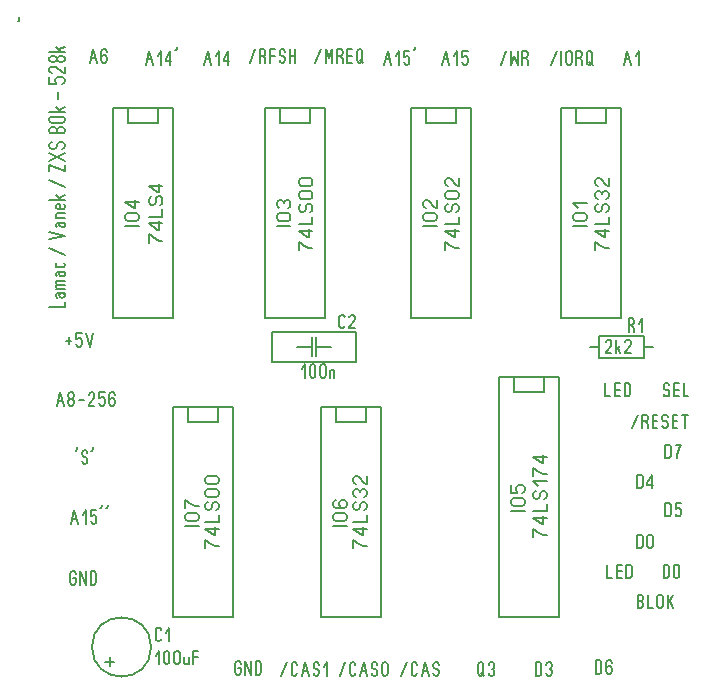
<source format=gbr>
%FSLAX34Y34*%
%MOMM*%
%LNSILK_TOP*%
G71*
G01*
%ADD10C,0.150*%
%ADD11C,0.206*%
%ADD12C,0.167*%
%LPD*%
G54D10*
X113734Y492329D02*
X62934Y492329D01*
X62934Y314529D01*
X113734Y314529D01*
X113734Y492329D01*
G54D10*
X101034Y492329D02*
X75634Y492329D01*
X75634Y479629D01*
X101034Y479629D01*
X101034Y492329D01*
G54D11*
X84822Y393067D02*
X73266Y393067D01*
G54D11*
X75433Y404044D02*
X82655Y404044D01*
X84100Y403177D01*
X84822Y401444D01*
X84822Y399711D01*
X84100Y397977D01*
X82655Y397111D01*
X75433Y397111D01*
X73988Y397977D01*
X73266Y399711D01*
X73266Y401444D01*
X73988Y403177D01*
X75433Y404044D01*
G54D11*
X84822Y413288D02*
X73266Y413288D01*
X80488Y408088D01*
X81933Y408088D01*
X81933Y415021D01*
G54D11*
X93454Y378779D02*
X93454Y385713D01*
X94898Y384846D01*
X97065Y383113D01*
X99954Y381379D01*
X102120Y380513D01*
X105009Y380513D01*
G54D11*
X105009Y394956D02*
X93454Y394956D01*
X100676Y389756D01*
X102120Y389756D01*
X102120Y396690D01*
G54D11*
X93454Y400733D02*
X105009Y400733D01*
X105009Y406800D01*
G54D11*
X102843Y410844D02*
X104287Y411711D01*
X105009Y413444D01*
X105009Y415178D01*
X104287Y416911D01*
X102843Y417778D01*
X101398Y417778D01*
X99954Y416911D01*
X99232Y415178D01*
X99232Y413444D01*
X98509Y411711D01*
X97065Y410844D01*
X95620Y410844D01*
X94176Y411711D01*
X93454Y413444D01*
X93454Y415178D01*
X94176Y416911D01*
X95620Y417778D01*
G54D11*
X105009Y427021D02*
X93454Y427021D01*
X100676Y421821D01*
X102120Y421821D01*
X102120Y428755D01*
G54D10*
X242322Y492329D02*
X191522Y492329D01*
X191522Y314529D01*
X242322Y314529D01*
X242322Y492329D01*
G54D10*
X229622Y492329D02*
X204222Y492329D01*
X204222Y479629D01*
X229622Y479629D01*
X229622Y492329D01*
G54D11*
X213409Y393067D02*
X201854Y393067D01*
G54D11*
X204020Y404044D02*
X211243Y404044D01*
X212687Y403177D01*
X213409Y401444D01*
X213409Y399711D01*
X212687Y397977D01*
X211243Y397111D01*
X204020Y397111D01*
X202576Y397977D01*
X201854Y399711D01*
X201854Y401444D01*
X202576Y403177D01*
X204020Y404044D01*
G54D11*
X204020Y408088D02*
X202576Y408954D01*
X201854Y410688D01*
X201854Y412421D01*
X202576Y414154D01*
X204020Y415021D01*
X205465Y415021D01*
X206909Y414154D01*
X207632Y412421D01*
X208354Y414154D01*
X209798Y415021D01*
X211243Y415021D01*
X212687Y414154D01*
X213409Y412421D01*
X213409Y410688D01*
X212687Y408954D01*
X211243Y408088D01*
G54D11*
X220454Y372429D02*
X220454Y379363D01*
X221898Y378496D01*
X224065Y376763D01*
X226954Y375029D01*
X229120Y374163D01*
X232009Y374163D01*
G54D11*
X232009Y388606D02*
X220454Y388606D01*
X227676Y383406D01*
X229120Y383406D01*
X229120Y390340D01*
G54D11*
X220454Y394383D02*
X232009Y394383D01*
X232009Y400450D01*
G54D11*
X229843Y404494D02*
X231287Y405361D01*
X232009Y407094D01*
X232009Y408828D01*
X231287Y410561D01*
X229843Y411428D01*
X228398Y411428D01*
X226954Y410561D01*
X226232Y408828D01*
X226232Y407094D01*
X225509Y405361D01*
X224065Y404494D01*
X222620Y404494D01*
X221176Y405361D01*
X220454Y407094D01*
X220454Y408828D01*
X221176Y410561D01*
X222620Y411428D01*
G54D11*
X222620Y422405D02*
X229843Y422405D01*
X231287Y421538D01*
X232009Y419805D01*
X232009Y418071D01*
X231287Y416338D01*
X229843Y415471D01*
X222620Y415471D01*
X221176Y416338D01*
X220454Y418071D01*
X220454Y419805D01*
X221176Y421538D01*
X222620Y422405D01*
G54D11*
X222620Y433382D02*
X229843Y433382D01*
X231287Y432515D01*
X232009Y430782D01*
X232009Y429048D01*
X231287Y427315D01*
X229843Y426448D01*
X222620Y426448D01*
X221176Y427315D01*
X220454Y429048D01*
X220454Y430782D01*
X221176Y432515D01*
X222620Y433382D01*
G54D10*
X366147Y492329D02*
X315347Y492329D01*
X315347Y314529D01*
X366147Y314529D01*
X366147Y492329D01*
G54D10*
X353447Y492329D02*
X328047Y492329D01*
X328047Y479629D01*
X353447Y479629D01*
X353447Y492329D01*
G54D11*
X337234Y393067D02*
X325679Y393067D01*
G54D11*
X327845Y404044D02*
X335068Y404044D01*
X336512Y403177D01*
X337234Y401444D01*
X337234Y399711D01*
X336512Y397977D01*
X335068Y397111D01*
X327845Y397111D01*
X326401Y397977D01*
X325679Y399711D01*
X325679Y401444D01*
X326401Y403177D01*
X327845Y404044D01*
G54D11*
X337234Y415021D02*
X337234Y408088D01*
X336512Y408088D01*
X335068Y408954D01*
X330734Y414154D01*
X329290Y415021D01*
X327845Y415021D01*
X326401Y414154D01*
X325679Y412421D01*
X325679Y410688D01*
X326401Y408954D01*
X327845Y408088D01*
G54D11*
X344279Y372429D02*
X344279Y379363D01*
X345723Y378496D01*
X347890Y376763D01*
X350779Y375029D01*
X352945Y374163D01*
X355834Y374163D01*
G54D11*
X355834Y388606D02*
X344279Y388606D01*
X351501Y383406D01*
X352945Y383406D01*
X352945Y390340D01*
G54D11*
X344279Y394383D02*
X355834Y394383D01*
X355834Y400450D01*
G54D11*
X353668Y404494D02*
X355112Y405361D01*
X355834Y407094D01*
X355834Y408828D01*
X355112Y410561D01*
X353668Y411428D01*
X352223Y411428D01*
X350779Y410561D01*
X350057Y408828D01*
X350057Y407094D01*
X349334Y405361D01*
X347890Y404494D01*
X346445Y404494D01*
X345001Y405361D01*
X344279Y407094D01*
X344279Y408828D01*
X345001Y410561D01*
X346445Y411428D01*
G54D11*
X346445Y422405D02*
X353668Y422405D01*
X355112Y421538D01*
X355834Y419805D01*
X355834Y418071D01*
X355112Y416338D01*
X353668Y415471D01*
X346445Y415471D01*
X345001Y416338D01*
X344279Y418071D01*
X344279Y419805D01*
X345001Y421538D01*
X346445Y422405D01*
G54D11*
X355834Y433382D02*
X355834Y426448D01*
X355112Y426448D01*
X353668Y427315D01*
X349334Y432515D01*
X347890Y433382D01*
X346445Y433382D01*
X345001Y432515D01*
X344279Y430782D01*
X344279Y429048D01*
X345001Y427315D01*
X346445Y426448D01*
G54D10*
X493147Y492329D02*
X442347Y492329D01*
X442347Y314529D01*
X493147Y314529D01*
X493147Y492329D01*
G54D10*
X480447Y492329D02*
X455047Y492329D01*
X455047Y479629D01*
X480447Y479629D01*
X480447Y492329D01*
G54D11*
X464234Y393067D02*
X452679Y393067D01*
G54D11*
X454845Y404044D02*
X462068Y404044D01*
X463512Y403177D01*
X464234Y401444D01*
X464234Y399711D01*
X463512Y397977D01*
X462068Y397111D01*
X454845Y397111D01*
X453401Y397977D01*
X452679Y399711D01*
X452679Y401444D01*
X453401Y403177D01*
X454845Y404044D01*
G54D11*
X457012Y408088D02*
X452679Y412421D01*
X464234Y412421D01*
G54D11*
X471279Y372429D02*
X471279Y379363D01*
X472723Y378496D01*
X474890Y376763D01*
X477779Y375029D01*
X479945Y374163D01*
X482834Y374163D01*
G54D11*
X482834Y388606D02*
X471279Y388606D01*
X478501Y383406D01*
X479945Y383406D01*
X479945Y390340D01*
G54D11*
X471279Y394383D02*
X482834Y394383D01*
X482834Y400450D01*
G54D11*
X480668Y404494D02*
X482112Y405361D01*
X482834Y407094D01*
X482834Y408828D01*
X482112Y410561D01*
X480668Y411428D01*
X479223Y411428D01*
X477779Y410561D01*
X477056Y408828D01*
X477056Y407094D01*
X476334Y405361D01*
X474890Y404494D01*
X473445Y404494D01*
X472001Y405361D01*
X471279Y407094D01*
X471279Y408828D01*
X472001Y410561D01*
X473445Y411428D01*
G54D11*
X473445Y415471D02*
X472001Y416338D01*
X471279Y418071D01*
X471279Y419805D01*
X472001Y421538D01*
X473445Y422405D01*
X474890Y422405D01*
X476334Y421538D01*
X477056Y419805D01*
X477779Y421538D01*
X479223Y422405D01*
X480668Y422405D01*
X482112Y421538D01*
X482834Y419805D01*
X482834Y418071D01*
X482112Y416338D01*
X480668Y415471D01*
G54D11*
X482834Y433382D02*
X482834Y426448D01*
X482112Y426448D01*
X480668Y427315D01*
X476334Y432515D01*
X474890Y433382D01*
X473445Y433382D01*
X472001Y432515D01*
X471279Y430782D01*
X471279Y429048D01*
X472001Y427315D01*
X473445Y426448D01*
G54D10*
X164534Y239917D02*
X113734Y239917D01*
X113734Y62117D01*
X164534Y62117D01*
X164534Y239917D01*
G54D10*
X151834Y239917D02*
X126434Y239917D01*
X126434Y227217D01*
X151834Y227217D01*
X151834Y239917D01*
G54D11*
X135622Y139067D02*
X124066Y139067D01*
G54D11*
X126233Y150044D02*
X133455Y150044D01*
X134900Y149177D01*
X135622Y147444D01*
X135622Y145711D01*
X134900Y143977D01*
X133455Y143111D01*
X126233Y143111D01*
X124788Y143977D01*
X124066Y145711D01*
X124066Y147444D01*
X124788Y149177D01*
X126233Y150044D01*
G54D11*
X124066Y154088D02*
X124066Y161021D01*
X125511Y160154D01*
X127677Y158421D01*
X130566Y156688D01*
X132733Y155821D01*
X135622Y155821D01*
G54D11*
X141079Y120017D02*
X141079Y126950D01*
X142523Y126083D01*
X144690Y124350D01*
X147579Y122617D01*
X149745Y121750D01*
X152634Y121750D01*
G54D11*
X152634Y136194D02*
X141079Y136194D01*
X148301Y130994D01*
X149745Y130994D01*
X149745Y137927D01*
G54D11*
X141079Y141971D02*
X152634Y141971D01*
X152634Y148037D01*
G54D11*
X150468Y152082D02*
X151912Y152948D01*
X152634Y154682D01*
X152634Y156415D01*
X151912Y158148D01*
X150468Y159015D01*
X149023Y159015D01*
X147579Y158148D01*
X146857Y156415D01*
X146857Y154682D01*
X146134Y152948D01*
X144690Y152082D01*
X143245Y152082D01*
X141801Y152948D01*
X141079Y154682D01*
X141079Y156415D01*
X141801Y158148D01*
X143245Y159015D01*
G54D11*
X143245Y169992D02*
X150468Y169992D01*
X151912Y169125D01*
X152634Y167392D01*
X152634Y165659D01*
X151912Y163925D01*
X150468Y163059D01*
X143245Y163059D01*
X141801Y163925D01*
X141079Y165659D01*
X141079Y167392D01*
X141801Y169125D01*
X143245Y169992D01*
G54D11*
X143245Y180969D02*
X150468Y180969D01*
X151912Y180102D01*
X152634Y178369D01*
X152634Y176636D01*
X151912Y174902D01*
X150468Y174036D01*
X143245Y174036D01*
X141801Y174902D01*
X141079Y176636D01*
X141079Y178369D01*
X141801Y180102D01*
X143245Y180969D01*
G54D10*
X289947Y239917D02*
X239147Y239917D01*
X239147Y62117D01*
X289947Y62117D01*
X289947Y239917D01*
G54D10*
X277247Y239917D02*
X251847Y239917D01*
X251847Y227217D01*
X277247Y227217D01*
X277247Y239917D01*
G54D11*
X261034Y139067D02*
X249479Y139067D01*
G54D11*
X251646Y150044D02*
X258868Y150044D01*
X260312Y149177D01*
X261034Y147444D01*
X261034Y145711D01*
X260312Y143977D01*
X258868Y143111D01*
X251646Y143111D01*
X250201Y143977D01*
X249479Y145711D01*
X249479Y147444D01*
X250201Y149177D01*
X251646Y150044D01*
G54D11*
X251646Y161021D02*
X250201Y160154D01*
X249479Y158421D01*
X249479Y156688D01*
X250201Y154954D01*
X251646Y154088D01*
X255257Y154088D01*
X255979Y154088D01*
X254534Y156688D01*
X254534Y158421D01*
X255257Y160154D01*
X256701Y161021D01*
X258868Y161021D01*
X260312Y160154D01*
X261034Y158421D01*
X261034Y156688D01*
X260312Y154954D01*
X258868Y154088D01*
X255257Y154088D01*
G54D11*
X266491Y120017D02*
X266491Y126950D01*
X267936Y126083D01*
X270102Y124350D01*
X272991Y122617D01*
X275158Y121750D01*
X278047Y121750D01*
G54D11*
X278047Y136194D02*
X266491Y136194D01*
X273714Y130994D01*
X275158Y130994D01*
X275158Y137927D01*
G54D11*
X266491Y141971D02*
X278047Y141971D01*
X278047Y148037D01*
G54D11*
X275880Y152082D02*
X277325Y152948D01*
X278047Y154682D01*
X278047Y156415D01*
X277325Y158148D01*
X275880Y159015D01*
X274436Y159015D01*
X272991Y158148D01*
X272269Y156415D01*
X272269Y154682D01*
X271547Y152948D01*
X270102Y152082D01*
X268658Y152082D01*
X267214Y152948D01*
X266491Y154682D01*
X266491Y156415D01*
X267214Y158148D01*
X268658Y159015D01*
G54D11*
X268658Y163059D02*
X267214Y163925D01*
X266491Y165659D01*
X266491Y167392D01*
X267214Y169125D01*
X268658Y169992D01*
X270102Y169992D01*
X271547Y169125D01*
X272269Y167392D01*
X272991Y169125D01*
X274436Y169992D01*
X275880Y169992D01*
X277325Y169125D01*
X278047Y167392D01*
X278047Y165659D01*
X277325Y163925D01*
X275880Y163059D01*
G54D11*
X278047Y180969D02*
X278047Y174036D01*
X277325Y174036D01*
X275880Y174902D01*
X271547Y180102D01*
X270102Y180969D01*
X268658Y180969D01*
X267214Y180102D01*
X266491Y178369D01*
X266491Y176636D01*
X267214Y174902D01*
X268658Y174036D01*
G54D10*
X440759Y265317D02*
X389959Y265317D01*
X389959Y62117D01*
X440759Y62117D01*
X440759Y265317D01*
G54D10*
X428059Y265317D02*
X402659Y265317D01*
X402659Y252617D01*
X428059Y252617D01*
X428059Y265317D01*
G54D11*
X411847Y151767D02*
X400291Y151767D01*
G54D11*
X402458Y162745D02*
X409680Y162745D01*
X411125Y161878D01*
X411847Y160145D01*
X411847Y158411D01*
X411125Y156678D01*
X409680Y155811D01*
X402458Y155811D01*
X401013Y156678D01*
X400291Y158411D01*
X400291Y160145D01*
X401013Y161878D01*
X402458Y162745D01*
G54D11*
X400291Y173722D02*
X400291Y166788D01*
X405347Y166788D01*
X405347Y167655D01*
X404625Y169388D01*
X404625Y171122D01*
X405347Y172855D01*
X406791Y173722D01*
X409680Y173722D01*
X411125Y172855D01*
X411847Y171122D01*
X411847Y169388D01*
X411125Y167655D01*
X409680Y166788D01*
G54D11*
X418891Y129542D02*
X418891Y136476D01*
X420336Y135609D01*
X422502Y133876D01*
X425391Y132142D01*
X427558Y131276D01*
X430447Y131276D01*
G54D11*
X430447Y145719D02*
X418891Y145719D01*
X426114Y140519D01*
X427558Y140519D01*
X427558Y147453D01*
G54D11*
X418891Y151496D02*
X430447Y151496D01*
X430447Y157563D01*
G54D11*
X428280Y161607D02*
X429725Y162474D01*
X430447Y164207D01*
X430447Y165941D01*
X429725Y167674D01*
X428280Y168541D01*
X426836Y168541D01*
X425391Y167674D01*
X424669Y165941D01*
X424669Y164207D01*
X423947Y162474D01*
X422502Y161607D01*
X421058Y161607D01*
X419614Y162474D01*
X418891Y164207D01*
X418891Y165941D01*
X419614Y167674D01*
X421058Y168541D01*
G54D11*
X423225Y172584D02*
X418891Y176918D01*
X430447Y176918D01*
G54D11*
X418891Y180961D02*
X418891Y187895D01*
X420336Y187028D01*
X422502Y185295D01*
X425391Y183561D01*
X427558Y182695D01*
X430447Y182695D01*
G54D11*
X430447Y197138D02*
X418891Y197138D01*
X426114Y191938D01*
X427558Y191938D01*
X427558Y198872D01*
G54D10*
X474712Y281013D02*
X474712Y300013D01*
X512712Y300013D01*
X512712Y281013D01*
X474712Y281013D01*
G54D10*
X474612Y290513D02*
X466712Y290513D01*
G54D10*
X512712Y290513D02*
X520612Y290513D01*
G54D11*
X501898Y308728D02*
X503631Y307284D01*
X504209Y305839D01*
X504209Y302950D01*
G54D11*
X499587Y302950D02*
X499587Y314506D01*
X502476Y314506D01*
X503631Y313784D01*
X504209Y312339D01*
X504209Y310895D01*
X503631Y309450D01*
X502476Y308728D01*
X499587Y308728D01*
G54D11*
X508253Y310173D02*
X511142Y314506D01*
X511142Y302950D01*
G54D11*
X485159Y285038D02*
X480537Y285038D01*
X480537Y285760D01*
X481115Y287205D01*
X484581Y291538D01*
X485159Y292982D01*
X485159Y294427D01*
X484581Y295871D01*
X483426Y296594D01*
X482270Y296594D01*
X481115Y295871D01*
X480537Y294427D01*
G54D11*
X489203Y285038D02*
X489203Y296594D01*
G54D11*
X490936Y289371D02*
X492670Y285038D01*
G54D11*
X489203Y287927D02*
X492670Y291538D01*
G54D11*
X501336Y285038D02*
X496714Y285038D01*
X496714Y285760D01*
X497292Y287205D01*
X500758Y291538D01*
X501336Y292982D01*
X501336Y294427D01*
X500758Y295871D01*
X499603Y296594D01*
X498447Y296594D01*
X497292Y295871D01*
X496714Y294427D01*
G54D11*
X23354Y295504D02*
X27976Y295504D01*
G54D11*
X25665Y298392D02*
X25665Y292615D01*
G54D11*
X36642Y302004D02*
X32020Y302004D01*
X32020Y296948D01*
X32597Y296948D01*
X33753Y297670D01*
X34908Y297670D01*
X36064Y296948D01*
X36642Y295504D01*
X36642Y292615D01*
X36064Y291170D01*
X34908Y290448D01*
X33753Y290448D01*
X32597Y291170D01*
X32020Y292615D01*
G54D11*
X40686Y302004D02*
X43574Y290448D01*
X46463Y302004D01*
G54D11*
X29114Y94614D02*
X31425Y94614D01*
X31425Y91003D01*
X30847Y89558D01*
X29692Y88836D01*
X28536Y88836D01*
X27381Y89558D01*
X26803Y91003D01*
X26803Y98225D01*
X27381Y99669D01*
X28536Y100392D01*
X29692Y100392D01*
X30847Y99669D01*
X31425Y98225D01*
G54D11*
X35469Y88836D02*
X35469Y100392D01*
X40091Y88836D01*
X40091Y100392D01*
G54D11*
X44135Y88836D02*
X44135Y100392D01*
X47024Y100392D01*
X48179Y99669D01*
X48757Y98225D01*
X48757Y91003D01*
X48179Y89558D01*
X47024Y88836D01*
X44135Y88836D01*
G54D11*
X168814Y18414D02*
X171125Y18414D01*
X171125Y14803D01*
X170547Y13358D01*
X169392Y12636D01*
X168236Y12636D01*
X167081Y13358D01*
X166503Y14803D01*
X166503Y22025D01*
X167081Y23469D01*
X168236Y24192D01*
X169392Y24192D01*
X170547Y23469D01*
X171125Y22025D01*
G54D11*
X175169Y12636D02*
X175169Y24192D01*
X179791Y12636D01*
X179791Y24192D01*
G54D11*
X183835Y12636D02*
X183835Y24192D01*
X186724Y24192D01*
X187879Y23469D01*
X188457Y22025D01*
X188457Y14803D01*
X187879Y13358D01*
X186724Y12636D01*
X183835Y12636D01*
G54D11*
X15564Y240601D02*
X18453Y252157D01*
X21342Y240601D01*
G54D11*
X16720Y244934D02*
X20186Y244934D01*
G54D11*
X28275Y246379D02*
X27119Y246379D01*
X25964Y247101D01*
X25386Y248545D01*
X25386Y249990D01*
X25964Y251434D01*
X27119Y252157D01*
X28275Y252157D01*
X29430Y251434D01*
X30008Y249990D01*
X30008Y248545D01*
X29430Y247101D01*
X28275Y246379D01*
X29430Y245657D01*
X30008Y244212D01*
X30008Y242768D01*
X29430Y241323D01*
X28275Y240601D01*
X27119Y240601D01*
X25964Y241323D01*
X25386Y242768D01*
X25386Y244212D01*
X25964Y245657D01*
X27119Y246379D01*
G54D11*
X34052Y245657D02*
X38674Y245657D01*
G54D11*
X47340Y240601D02*
X42718Y240601D01*
X42718Y241323D01*
X43296Y242768D01*
X46762Y247101D01*
X47340Y248545D01*
X47340Y249990D01*
X46762Y251434D01*
X45607Y252157D01*
X44451Y252157D01*
X43296Y251434D01*
X42718Y249990D01*
G54D11*
X56006Y252157D02*
X51384Y252157D01*
X51384Y247101D01*
X51962Y247101D01*
X53117Y247823D01*
X54273Y247823D01*
X55428Y247101D01*
X56006Y245657D01*
X56006Y242768D01*
X55428Y241323D01*
X54273Y240601D01*
X53117Y240601D01*
X51962Y241323D01*
X51384Y242768D01*
G54D11*
X64672Y249990D02*
X64094Y251434D01*
X62939Y252157D01*
X61783Y252157D01*
X60628Y251434D01*
X60050Y249990D01*
X60050Y246379D01*
X60050Y245657D01*
X61783Y247101D01*
X62939Y247101D01*
X64094Y246379D01*
X64672Y244934D01*
X64672Y242768D01*
X64094Y241323D01*
X62939Y240601D01*
X61783Y240601D01*
X60628Y241323D01*
X60050Y242768D01*
X60050Y246379D01*
G54D11*
X32554Y205532D02*
X32554Y204088D01*
X31976Y202644D01*
X31398Y202644D01*
G54D11*
X46074Y205532D02*
X46074Y204088D01*
X45496Y202644D01*
X44918Y202644D01*
G54D11*
X36868Y193556D02*
X37446Y192111D01*
X38601Y191389D01*
X39757Y191389D01*
X40912Y192111D01*
X41490Y193556D01*
X41490Y195000D01*
X40912Y196445D01*
X39757Y197167D01*
X38601Y197167D01*
X37446Y197889D01*
X36868Y199333D01*
X36868Y200778D01*
X37446Y202222D01*
X38601Y202945D01*
X39757Y202945D01*
X40912Y202222D01*
X41490Y200778D01*
G54D11*
X27630Y140589D02*
X30519Y152145D01*
X33408Y140589D01*
G54D11*
X28786Y144922D02*
X32252Y144922D01*
G54D11*
X37452Y147811D02*
X40341Y152145D01*
X40341Y140589D01*
G54D11*
X49007Y152145D02*
X44385Y152145D01*
X44385Y147089D01*
X44963Y147089D01*
X46118Y147811D01*
X47274Y147811D01*
X48429Y147089D01*
X49007Y145645D01*
X49007Y142756D01*
X48429Y141311D01*
X47274Y140589D01*
X46118Y140589D01*
X44963Y141311D01*
X44385Y142756D01*
G54D11*
X53518Y156954D02*
X53518Y155509D01*
X52940Y154065D01*
X52362Y154065D01*
G54D11*
X58718Y156954D02*
X58718Y155509D01*
X58140Y154065D01*
X57562Y154065D01*
G54D11*
X205760Y12001D02*
X210382Y23557D01*
G54D11*
X219048Y14168D02*
X218470Y12723D01*
X217315Y12001D01*
X216159Y12001D01*
X215004Y12723D01*
X214426Y14168D01*
X214426Y21390D01*
X215004Y22834D01*
X216159Y23557D01*
X217315Y23557D01*
X218470Y22834D01*
X219048Y21390D01*
G54D11*
X223092Y12001D02*
X225981Y23557D01*
X228870Y12001D01*
G54D11*
X224248Y16334D02*
X227714Y16334D01*
G54D11*
X232914Y14168D02*
X233492Y12723D01*
X234647Y12001D01*
X235803Y12001D01*
X236958Y12723D01*
X237536Y14168D01*
X237536Y15612D01*
X236958Y17057D01*
X235803Y17779D01*
X234647Y17779D01*
X233492Y18501D01*
X232914Y19945D01*
X232914Y21390D01*
X233492Y22834D01*
X234647Y23557D01*
X235803Y23557D01*
X236958Y22834D01*
X237536Y21390D01*
G54D11*
X241580Y19223D02*
X244469Y23557D01*
X244469Y12001D01*
G54D11*
X255105Y12001D02*
X259727Y23557D01*
G54D11*
X268393Y14168D02*
X267815Y12723D01*
X266660Y12001D01*
X265504Y12001D01*
X264349Y12723D01*
X263771Y14168D01*
X263771Y21390D01*
X264349Y22834D01*
X265504Y23557D01*
X266660Y23557D01*
X267815Y22834D01*
X268393Y21390D01*
G54D11*
X272437Y12001D02*
X275326Y23557D01*
X278215Y12001D01*
G54D11*
X273593Y16334D02*
X277059Y16334D01*
G54D11*
X282259Y14168D02*
X282837Y12723D01*
X283992Y12001D01*
X285148Y12001D01*
X286303Y12723D01*
X286881Y14168D01*
X286881Y15612D01*
X286303Y17057D01*
X285148Y17779D01*
X283992Y17779D01*
X282837Y18501D01*
X282259Y19945D01*
X282259Y21390D01*
X282837Y22834D01*
X283992Y23557D01*
X285148Y23557D01*
X286303Y22834D01*
X286881Y21390D01*
G54D11*
X295547Y21390D02*
X295547Y14168D01*
X294969Y12723D01*
X293814Y12001D01*
X292658Y12001D01*
X291503Y12723D01*
X290925Y14168D01*
X290925Y21390D01*
X291503Y22834D01*
X292658Y23557D01*
X293814Y23557D01*
X294969Y22834D01*
X295547Y21390D01*
G54D11*
X374353Y14168D02*
X377242Y12001D01*
G54D11*
X376664Y21390D02*
X376664Y14168D01*
X376086Y12723D01*
X374931Y12001D01*
X373775Y12001D01*
X372620Y12723D01*
X372042Y14168D01*
X372042Y21390D01*
X372620Y22834D01*
X373775Y23557D01*
X374931Y23557D01*
X376086Y22834D01*
X376664Y21390D01*
G54D11*
X381286Y21390D02*
X381864Y22834D01*
X383019Y23557D01*
X384175Y23557D01*
X385330Y22834D01*
X385908Y21390D01*
X385908Y19945D01*
X385330Y18501D01*
X384175Y17779D01*
X385330Y17057D01*
X385908Y15612D01*
X385908Y14168D01*
X385330Y12723D01*
X384175Y12001D01*
X383019Y12001D01*
X381864Y12723D01*
X381286Y14168D01*
G54D11*
X421210Y12001D02*
X421210Y23557D01*
X424099Y23557D01*
X425254Y22834D01*
X425832Y21390D01*
X425832Y14168D01*
X425254Y12723D01*
X424099Y12001D01*
X421210Y12001D01*
G54D11*
X429876Y21390D02*
X430454Y22834D01*
X431609Y23557D01*
X432765Y23557D01*
X433920Y22834D01*
X434498Y21390D01*
X434498Y19945D01*
X433920Y18501D01*
X432765Y17779D01*
X433920Y17057D01*
X434498Y15612D01*
X434498Y14168D01*
X433920Y12723D01*
X432765Y12001D01*
X431609Y12001D01*
X430454Y12723D01*
X429876Y14168D01*
G54D11*
X472010Y13589D02*
X472010Y25145D01*
X474899Y25145D01*
X476054Y24422D01*
X476632Y22978D01*
X476632Y15756D01*
X476054Y14311D01*
X474899Y13589D01*
X472010Y13589D01*
G54D11*
X485298Y22978D02*
X484720Y24422D01*
X483565Y25145D01*
X482409Y25145D01*
X481254Y24422D01*
X480676Y22978D01*
X480676Y19367D01*
X480676Y18645D01*
X482409Y20089D01*
X483565Y20089D01*
X484720Y19367D01*
X485298Y17922D01*
X485298Y15756D01*
X484720Y14311D01*
X483565Y13589D01*
X482409Y13589D01*
X481254Y14311D01*
X480676Y15756D01*
X480676Y19367D01*
G54D11*
X43471Y531114D02*
X46360Y542670D01*
X49249Y531114D01*
G54D11*
X44627Y535447D02*
X48093Y535447D01*
G54D11*
X57915Y540503D02*
X57337Y541947D01*
X56182Y542670D01*
X55026Y542670D01*
X53871Y541947D01*
X53293Y540503D01*
X53293Y536892D01*
X53293Y536170D01*
X55026Y537614D01*
X56182Y537614D01*
X57337Y536892D01*
X57915Y535447D01*
X57915Y533281D01*
X57337Y531836D01*
X56182Y531114D01*
X55026Y531114D01*
X53871Y531836D01*
X53293Y533281D01*
X53293Y536892D01*
G54D11*
X91144Y529524D02*
X94032Y541080D01*
X96921Y529524D01*
G54D11*
X92299Y533857D02*
X95766Y533857D01*
G54D11*
X100966Y536746D02*
X103854Y541080D01*
X103854Y529524D01*
G54D11*
X111365Y529524D02*
X111365Y541080D01*
X107898Y533857D01*
X107898Y532413D01*
X112521Y532413D01*
G54D11*
X117118Y544304D02*
X117118Y542859D01*
X116540Y541415D01*
X115962Y541415D01*
G54D11*
X140356Y529524D02*
X143244Y541080D01*
X146133Y529524D01*
G54D11*
X141511Y533857D02*
X144978Y533857D01*
G54D11*
X150178Y536746D02*
X153066Y541080D01*
X153066Y529524D01*
G54D11*
X160577Y529524D02*
X160577Y541080D01*
X157110Y533857D01*
X157110Y532413D01*
X161733Y532413D01*
G54D11*
X178772Y531114D02*
X183394Y542670D01*
G54D11*
X189749Y536892D02*
X191482Y535447D01*
X192060Y534003D01*
X192060Y531114D01*
G54D11*
X187438Y531114D02*
X187438Y542670D01*
X190327Y542670D01*
X191482Y541947D01*
X192060Y540503D01*
X192060Y539058D01*
X191482Y537614D01*
X190327Y536892D01*
X187438Y536892D01*
G54D11*
X196104Y531114D02*
X196104Y542670D01*
X200148Y542670D01*
G54D11*
X196104Y536892D02*
X200148Y536892D01*
G54D11*
X204192Y533281D02*
X204770Y531836D01*
X205925Y531114D01*
X207081Y531114D01*
X208236Y531836D01*
X208814Y533281D01*
X208814Y534725D01*
X208236Y536170D01*
X207081Y536892D01*
X205925Y536892D01*
X204770Y537614D01*
X204192Y539058D01*
X204192Y540503D01*
X204770Y541947D01*
X205925Y542670D01*
X207081Y542670D01*
X208236Y541947D01*
X208814Y540503D01*
G54D11*
X212858Y531114D02*
X212858Y542670D01*
G54D11*
X217480Y531114D02*
X217480Y542670D01*
G54D11*
X212858Y536892D02*
X217480Y536892D01*
G54D11*
X234470Y531114D02*
X239092Y542670D01*
G54D11*
X243136Y531114D02*
X243136Y542670D01*
X246024Y535447D01*
X248913Y542670D01*
X248913Y531114D01*
G54D11*
X255269Y536892D02*
X257002Y535447D01*
X257580Y534003D01*
X257580Y531114D01*
G54D11*
X252958Y531114D02*
X252958Y542670D01*
X255846Y542670D01*
X257002Y541947D01*
X257580Y540503D01*
X257580Y539058D01*
X257002Y537614D01*
X255846Y536892D01*
X252958Y536892D01*
G54D11*
X265668Y531114D02*
X261624Y531114D01*
X261624Y542670D01*
X265668Y542670D01*
G54D11*
X261624Y536892D02*
X265668Y536892D01*
G54D11*
X272023Y533281D02*
X274912Y531114D01*
G54D11*
X274334Y540503D02*
X274334Y533281D01*
X273756Y531836D01*
X272600Y531114D01*
X271445Y531114D01*
X270289Y531836D01*
X269712Y533281D01*
X269712Y540503D01*
X270289Y541947D01*
X271445Y542670D01*
X272600Y542670D01*
X273756Y541947D01*
X274334Y540503D01*
G54D11*
X292742Y529526D02*
X295631Y541082D01*
X298520Y529526D01*
G54D11*
X293898Y533859D02*
X297364Y533859D01*
G54D11*
X302564Y536748D02*
X305453Y541082D01*
X305453Y529526D01*
G54D11*
X314119Y541082D02*
X309497Y541082D01*
X309497Y536026D01*
X310075Y536026D01*
X311230Y536748D01*
X312386Y536748D01*
X313541Y536026D01*
X314119Y534582D01*
X314119Y531693D01*
X313541Y530248D01*
X312386Y529526D01*
X311230Y529526D01*
X310075Y530248D01*
X309497Y531693D01*
G54D11*
X318731Y544304D02*
X318731Y542859D01*
X318153Y541415D01*
X317576Y541415D01*
G54D12*
X-16130Y569788D02*
X-16130Y568121D01*
X-16796Y566455D01*
X-17463Y566455D01*
G54D11*
X341955Y529526D02*
X344844Y541082D01*
X347733Y529526D01*
G54D11*
X343111Y533859D02*
X346577Y533859D01*
G54D11*
X351777Y536748D02*
X354666Y541082D01*
X354666Y529526D01*
G54D11*
X363332Y541082D02*
X358710Y541082D01*
X358710Y536026D01*
X359288Y536026D01*
X360443Y536748D01*
X361599Y536748D01*
X362754Y536026D01*
X363332Y534582D01*
X363332Y531693D01*
X362754Y530248D01*
X361599Y529526D01*
X360443Y529526D01*
X359288Y530248D01*
X358710Y531693D01*
G54D11*
X391296Y529526D02*
X395918Y541081D01*
G54D11*
X399962Y541081D02*
X399962Y529526D01*
X402851Y536748D01*
X405740Y529526D01*
X405740Y541081D01*
G54D11*
X412095Y535303D02*
X413828Y533859D01*
X414406Y532414D01*
X414406Y529526D01*
G54D11*
X409784Y529526D02*
X409784Y541081D01*
X412673Y541081D01*
X413828Y540359D01*
X414406Y538914D01*
X414406Y537470D01*
X413828Y536026D01*
X412673Y535303D01*
X409784Y535303D01*
G54D11*
X434094Y529526D02*
X438717Y541082D01*
G54D11*
X442760Y529526D02*
X442760Y541082D01*
G54D11*
X451427Y538915D02*
X451427Y531693D01*
X450849Y530248D01*
X449693Y529526D01*
X448538Y529526D01*
X447382Y530248D01*
X446804Y531693D01*
X446804Y538915D01*
X447382Y540359D01*
X448538Y541082D01*
X449693Y541082D01*
X450849Y540359D01*
X451427Y538915D01*
G54D11*
X457782Y535304D02*
X459515Y533859D01*
X460093Y532415D01*
X460093Y529526D01*
G54D11*
X455470Y529526D02*
X455470Y541082D01*
X458359Y541082D01*
X459515Y540359D01*
X460093Y538915D01*
X460093Y537470D01*
X459515Y536026D01*
X458359Y535304D01*
X455470Y535304D01*
G54D11*
X466448Y531693D02*
X469336Y529526D01*
G54D11*
X468759Y538915D02*
X468759Y531693D01*
X468181Y530248D01*
X467025Y529526D01*
X465870Y529526D01*
X464714Y530248D01*
X464136Y531693D01*
X464136Y538915D01*
X464714Y540359D01*
X465870Y541082D01*
X467025Y541082D01*
X468181Y540359D01*
X468759Y538915D01*
G54D11*
X495775Y529524D02*
X498664Y541080D01*
X501553Y529524D01*
G54D11*
X496931Y533857D02*
X500397Y533857D01*
G54D11*
X505597Y536746D02*
X508486Y541080D01*
X508486Y529524D01*
G54D11*
X529486Y250706D02*
X530063Y249261D01*
X531219Y248539D01*
X532374Y248539D01*
X533530Y249261D01*
X534108Y250706D01*
X534108Y252150D01*
X533530Y253595D01*
X532374Y254317D01*
X531219Y254317D01*
X530063Y255039D01*
X529486Y256483D01*
X529486Y257928D01*
X530063Y259372D01*
X531219Y260095D01*
X532374Y260095D01*
X533530Y259372D01*
X534108Y257928D01*
G54D11*
X542196Y248539D02*
X538152Y248539D01*
X538152Y260095D01*
X542196Y260095D01*
G54D11*
X538152Y254317D02*
X542196Y254317D01*
G54D11*
X546240Y260095D02*
X546240Y248539D01*
X550284Y248539D01*
G54D11*
X502758Y221552D02*
X507381Y233107D01*
G54D11*
X513736Y227329D02*
X515469Y225885D01*
X516047Y224440D01*
X516047Y221552D01*
G54D11*
X511424Y221552D02*
X511424Y233107D01*
X514313Y233107D01*
X515469Y232385D01*
X516047Y230940D01*
X516047Y229496D01*
X515469Y228052D01*
X514313Y227329D01*
X511424Y227329D01*
G54D11*
X524135Y221552D02*
X520090Y221552D01*
X520090Y233107D01*
X524135Y233107D01*
G54D11*
X520090Y227329D02*
X524135Y227329D01*
G54D11*
X528178Y223718D02*
X528756Y222274D01*
X529912Y221552D01*
X531067Y221552D01*
X532223Y222274D01*
X532801Y223718D01*
X532801Y225163D01*
X532223Y226607D01*
X531067Y227329D01*
X529912Y227329D01*
X528756Y228052D01*
X528178Y229496D01*
X528178Y230940D01*
X528756Y232385D01*
X529912Y233107D01*
X531067Y233107D01*
X532223Y232385D01*
X532801Y230940D01*
G54D11*
X540889Y221552D02*
X536844Y221552D01*
X536844Y233107D01*
X540889Y233107D01*
G54D11*
X536844Y227329D02*
X540889Y227329D01*
G54D11*
X547244Y221552D02*
X547244Y233107D01*
G54D11*
X544932Y233107D02*
X549555Y233107D01*
G54D11*
X530754Y196151D02*
X530754Y207707D01*
X533643Y207707D01*
X534799Y206984D01*
X535377Y205540D01*
X535377Y198318D01*
X534799Y196873D01*
X533643Y196151D01*
X530754Y196151D01*
G54D11*
X539420Y207707D02*
X544043Y207707D01*
X543465Y206262D01*
X542309Y204095D01*
X541154Y201207D01*
X540576Y199040D01*
X540576Y196151D01*
G54D11*
X506948Y170751D02*
X506948Y182307D01*
X509837Y182307D01*
X510993Y181584D01*
X511571Y180140D01*
X511571Y172918D01*
X510993Y171473D01*
X509837Y170751D01*
X506948Y170751D01*
G54D11*
X519081Y170751D02*
X519081Y182307D01*
X515614Y175084D01*
X515614Y173640D01*
X520237Y173640D01*
G54D11*
X530748Y146939D02*
X530748Y158495D01*
X533636Y158495D01*
X534792Y157772D01*
X535370Y156328D01*
X535370Y149106D01*
X534792Y147661D01*
X533636Y146939D01*
X530748Y146939D01*
G54D11*
X544036Y158495D02*
X539414Y158495D01*
X539414Y153439D01*
X539991Y153439D01*
X541147Y154161D01*
X542302Y154161D01*
X543458Y153439D01*
X544036Y151995D01*
X544036Y149106D01*
X543458Y147661D01*
X542302Y146939D01*
X541147Y146939D01*
X539991Y147661D01*
X539414Y149106D01*
G54D11*
X506935Y119951D02*
X506935Y131507D01*
X509824Y131507D01*
X510979Y130784D01*
X511557Y129340D01*
X511557Y122118D01*
X510979Y120673D01*
X509824Y119951D01*
X506935Y119951D01*
G54D11*
X520223Y129340D02*
X520223Y122118D01*
X519645Y120673D01*
X518490Y119951D01*
X517334Y119951D01*
X516179Y120673D01*
X515601Y122118D01*
X515601Y129340D01*
X516179Y130784D01*
X517334Y131507D01*
X518490Y131507D01*
X519645Y130784D01*
X520223Y129340D01*
G54D11*
X529283Y94551D02*
X529283Y106107D01*
X532172Y106107D01*
X533327Y105384D01*
X533905Y103940D01*
X533905Y96718D01*
X533327Y95273D01*
X532172Y94551D01*
X529283Y94551D01*
G54D11*
X542571Y103940D02*
X542571Y96718D01*
X541993Y95273D01*
X540838Y94551D01*
X539682Y94551D01*
X538527Y95273D01*
X537949Y96718D01*
X537949Y103940D01*
X538527Y105384D01*
X539682Y106107D01*
X540838Y106107D01*
X541993Y105384D01*
X542571Y103940D01*
G54D11*
X507236Y69151D02*
X507236Y80707D01*
X510124Y80707D01*
X511280Y79984D01*
X511858Y78540D01*
X511858Y77095D01*
X511280Y75651D01*
X510124Y74929D01*
X511280Y74207D01*
X511858Y72762D01*
X511858Y71318D01*
X511280Y69873D01*
X510124Y69151D01*
X507236Y69151D01*
G54D11*
X507236Y74929D02*
X510124Y74929D01*
G54D11*
X515902Y80707D02*
X515902Y69151D01*
X519946Y69151D01*
G54D11*
X528612Y78540D02*
X528612Y71318D01*
X528034Y69873D01*
X526878Y69151D01*
X525723Y69151D01*
X524567Y69873D01*
X523990Y71318D01*
X523990Y78540D01*
X524567Y79984D01*
X525723Y80707D01*
X526878Y80707D01*
X528034Y79984D01*
X528612Y78540D01*
G54D11*
X532656Y69151D02*
X532656Y80707D01*
G54D11*
X532656Y72762D02*
X537278Y80707D01*
G54D11*
X534389Y74929D02*
X537278Y69151D01*
G54D11*
X307326Y12001D02*
X311948Y23557D01*
G54D11*
X320614Y14168D02*
X320036Y12723D01*
X318881Y12001D01*
X317725Y12001D01*
X316570Y12723D01*
X315992Y14168D01*
X315992Y21390D01*
X316570Y22834D01*
X317725Y23557D01*
X318881Y23557D01*
X320036Y22834D01*
X320614Y21390D01*
G54D11*
X324658Y12001D02*
X327547Y23557D01*
X330436Y12001D01*
G54D11*
X325814Y16334D02*
X329280Y16334D01*
G54D11*
X334480Y14168D02*
X335058Y12723D01*
X336213Y12001D01*
X337369Y12001D01*
X338524Y12723D01*
X339102Y14168D01*
X339102Y15612D01*
X338524Y17057D01*
X337369Y17779D01*
X336213Y17779D01*
X335058Y18501D01*
X334480Y19945D01*
X334480Y21390D01*
X335058Y22834D01*
X336213Y23557D01*
X337369Y23557D01*
X338524Y22834D01*
X339102Y21390D01*
G54D11*
X480026Y260095D02*
X480026Y248539D01*
X484071Y248539D01*
G54D11*
X492159Y248539D02*
X488114Y248539D01*
X488114Y260095D01*
X492159Y260095D01*
G54D11*
X488114Y254317D02*
X492159Y254317D01*
G54D11*
X496202Y248539D02*
X496202Y260095D01*
X499091Y260095D01*
X500247Y259372D01*
X500825Y257928D01*
X500825Y250706D01*
X500247Y249261D01*
X499091Y248539D01*
X496202Y248539D01*
G54D11*
X481614Y106107D02*
X481614Y94551D01*
X485658Y94551D01*
G54D11*
X493746Y94551D02*
X489702Y94551D01*
X489702Y106107D01*
X493746Y106107D01*
G54D11*
X489702Y100329D02*
X493746Y100329D01*
G54D11*
X497790Y94551D02*
X497790Y106107D01*
X500679Y106107D01*
X501834Y105384D01*
X502412Y103940D01*
X502412Y96718D01*
X501834Y95273D01*
X500679Y94551D01*
X497790Y94551D01*
G54D10*
X56525Y23812D02*
X64125Y23812D01*
G54D10*
X60325Y27612D02*
X60325Y20012D01*
G54D10*
G75*
G01X95429Y36362D02*
G03X95429Y36362I-25050J0D01*
G01*
G54D11*
X103975Y43353D02*
X103397Y41909D01*
X102242Y41186D01*
X101086Y41186D01*
X99931Y41909D01*
X99353Y43353D01*
X99353Y50575D01*
X99931Y52020D01*
X101086Y52742D01*
X102242Y52742D01*
X103397Y52020D01*
X103975Y50575D01*
G54D11*
X108019Y48409D02*
X110908Y52742D01*
X110908Y41186D01*
G54D11*
X99353Y28909D02*
X102242Y33242D01*
X102242Y21686D01*
G54D11*
X110908Y31075D02*
X110908Y23853D01*
X110330Y22409D01*
X109175Y21686D01*
X108019Y21686D01*
X106864Y22409D01*
X106286Y23853D01*
X106286Y31075D01*
X106864Y32520D01*
X108019Y33242D01*
X109175Y33242D01*
X110330Y32520D01*
X110908Y31075D01*
G54D11*
X119574Y31075D02*
X119574Y23853D01*
X118996Y22409D01*
X117841Y21686D01*
X116685Y21686D01*
X115530Y22409D01*
X114952Y23853D01*
X114952Y31075D01*
X115530Y32520D01*
X116685Y33242D01*
X117841Y33242D01*
X118996Y32520D01*
X119574Y31075D01*
G54D11*
X127085Y28186D02*
X127085Y21686D01*
G54D11*
X127085Y23131D02*
X126507Y21975D01*
X125351Y21686D01*
X124196Y21975D01*
X123618Y23131D01*
X123618Y28186D01*
G54D11*
X131129Y21686D02*
X131129Y33242D01*
X135173Y33242D01*
G54D11*
X131129Y27464D02*
X135173Y27464D01*
G54D10*
X197562Y303212D02*
X197562Y277812D01*
X269162Y277812D01*
X269162Y303212D01*
X197562Y303212D01*
G54D10*
X231762Y298512D02*
X231762Y282512D01*
G54D10*
X234962Y298512D02*
X234962Y282512D01*
G54D10*
X219062Y290512D02*
X231762Y290512D01*
G54D10*
X234962Y290512D02*
X247662Y290512D01*
G54D11*
X259309Y308316D02*
X258731Y306872D01*
X257575Y306150D01*
X256420Y306150D01*
X255264Y306872D01*
X254686Y308316D01*
X254686Y315538D01*
X255264Y316983D01*
X256420Y317705D01*
X257575Y317705D01*
X258731Y316983D01*
X259309Y315538D01*
G54D11*
X267975Y306150D02*
X263352Y306150D01*
X263352Y306872D01*
X263930Y308316D01*
X267397Y312650D01*
X267975Y314094D01*
X267975Y315538D01*
X267397Y316983D01*
X266241Y317705D01*
X265086Y317705D01*
X263930Y316983D01*
X263352Y315538D01*
G54D11*
X222902Y271647D02*
X225791Y275980D01*
X225791Y264424D01*
G54D11*
X234457Y273813D02*
X234457Y266591D01*
X233879Y265147D01*
X232724Y264424D01*
X231568Y264424D01*
X230413Y265147D01*
X229835Y266591D01*
X229835Y273813D01*
X230413Y275258D01*
X231568Y275980D01*
X232724Y275980D01*
X233879Y275258D01*
X234457Y273813D01*
G54D11*
X243123Y273813D02*
X243123Y266591D01*
X242545Y265147D01*
X241390Y264424D01*
X240234Y264424D01*
X239079Y265147D01*
X238501Y266591D01*
X238501Y273813D01*
X239079Y275258D01*
X240234Y275980D01*
X241390Y275980D01*
X242545Y275258D01*
X243123Y273813D01*
G54D11*
X247167Y264424D02*
X247167Y270924D01*
G54D11*
X247167Y269480D02*
X247745Y270491D01*
X248900Y270924D01*
X250056Y270491D01*
X250634Y269480D01*
X250634Y264424D01*
G54D12*
X8958Y323813D02*
X22292Y323813D01*
X22292Y328480D01*
G54D12*
X15625Y332147D02*
X14792Y333481D01*
X14792Y335081D01*
X16458Y336147D01*
X22292Y336147D01*
G54D12*
X19792Y336147D02*
X18125Y335481D01*
X17792Y334147D01*
X18125Y332814D01*
X19792Y332147D01*
X21458Y332414D01*
X22292Y333481D01*
X22292Y334147D01*
X22292Y334414D01*
X21458Y335481D01*
X19792Y336147D01*
G54D12*
X22292Y339814D02*
X14792Y339814D01*
G54D12*
X16125Y339814D02*
X14792Y341148D01*
X15292Y342481D01*
X16458Y343148D01*
X22292Y343148D01*
G54D12*
X16125Y343148D02*
X14792Y344481D01*
X15292Y345814D01*
X16458Y346481D01*
X22292Y346481D01*
G54D12*
X15625Y350148D02*
X14792Y351482D01*
X14792Y353082D01*
X16458Y354148D01*
X22292Y354148D01*
G54D12*
X19792Y354148D02*
X18125Y353482D01*
X17792Y352148D01*
X18125Y350815D01*
X19792Y350148D01*
X21458Y350415D01*
X22292Y351482D01*
X22292Y352148D01*
X22292Y352415D01*
X21458Y353482D01*
X19792Y354148D01*
G54D12*
X15292Y361149D02*
X14792Y359815D01*
X15292Y358482D01*
X16958Y357815D01*
X20292Y357815D01*
X21958Y358482D01*
X22292Y359815D01*
X21958Y361149D01*
G54D12*
X22292Y368615D02*
X8958Y373949D01*
G54D12*
X8958Y381415D02*
X22292Y384749D01*
X8958Y388082D01*
G54D12*
X15625Y391749D02*
X14792Y393083D01*
X14792Y394683D01*
X16458Y395749D01*
X22292Y395749D01*
G54D12*
X19792Y395749D02*
X18125Y395083D01*
X17792Y393749D01*
X18125Y392416D01*
X19792Y391749D01*
X21458Y392016D01*
X22292Y393083D01*
X22292Y393749D01*
X22292Y394016D01*
X21458Y395083D01*
X19792Y395749D01*
G54D12*
X22292Y399416D02*
X14792Y399416D01*
G54D12*
X16458Y399416D02*
X15292Y400083D01*
X14792Y401416D01*
X15292Y402750D01*
X16458Y403416D01*
X22292Y403416D01*
G54D12*
X21458Y411083D02*
X22292Y410017D01*
X22292Y408683D01*
X21458Y407350D01*
X19792Y407083D01*
X16958Y407083D01*
X15292Y407750D01*
X14792Y409083D01*
X15292Y410417D01*
X16458Y411083D01*
X18125Y411083D01*
X18125Y407083D01*
G54D12*
X22292Y414750D02*
X8958Y414750D01*
G54D12*
X17292Y416750D02*
X22292Y418750D01*
G54D12*
X18958Y414750D02*
X14792Y418750D01*
G54D12*
X22292Y426217D02*
X8958Y431551D01*
G54D12*
X8958Y439017D02*
X8958Y444351D01*
X22292Y439017D01*
X22292Y444351D01*
G54D12*
X8958Y448017D02*
X22292Y454684D01*
G54D12*
X22292Y448017D02*
X8958Y454684D01*
G54D12*
X19792Y458351D02*
X21458Y459018D01*
X22292Y460351D01*
X22292Y461685D01*
X21458Y463018D01*
X19792Y463685D01*
X18125Y463685D01*
X16458Y463018D01*
X15625Y461685D01*
X15625Y460351D01*
X14792Y459018D01*
X13125Y458351D01*
X11458Y458351D01*
X9792Y459018D01*
X8958Y460351D01*
X8958Y461685D01*
X9792Y463018D01*
X11458Y463685D01*
G54D12*
X15625Y474485D02*
X15625Y473151D01*
X14792Y471818D01*
X13125Y471151D01*
X11458Y471151D01*
X9792Y471818D01*
X8958Y473151D01*
X8958Y474485D01*
X9792Y475818D01*
X11458Y476485D01*
X13125Y476485D01*
X14792Y475818D01*
X15625Y474485D01*
X16458Y475818D01*
X18125Y476485D01*
X19792Y476485D01*
X21458Y475818D01*
X22292Y474485D01*
X22292Y473151D01*
X21458Y471818D01*
X19792Y471151D01*
X18125Y471151D01*
X16458Y471818D01*
X15625Y473151D01*
G54D12*
X11458Y485485D02*
X19792Y485485D01*
X21458Y484818D01*
X22292Y483485D01*
X22292Y482151D01*
X21458Y480818D01*
X19792Y480151D01*
X11458Y480151D01*
X9792Y480818D01*
X8958Y482151D01*
X8958Y483485D01*
X9792Y484818D01*
X11458Y485485D01*
G54D12*
X22292Y489151D02*
X8958Y489151D01*
G54D12*
X17292Y491151D02*
X22292Y493151D01*
G54D12*
X18958Y489151D02*
X14792Y493151D01*
G54D12*
X16458Y500618D02*
X16458Y505952D01*
G54D12*
X8958Y518752D02*
X8958Y513418D01*
X14792Y513418D01*
X14792Y514085D01*
X13958Y515418D01*
X13958Y516752D01*
X14792Y518085D01*
X16458Y518752D01*
X19792Y518752D01*
X21458Y518085D01*
X22292Y516752D01*
X22292Y515418D01*
X21458Y514085D01*
X19792Y513418D01*
G54D12*
X22292Y527752D02*
X22292Y522418D01*
X21458Y522418D01*
X19792Y523085D01*
X14792Y527085D01*
X13125Y527752D01*
X11458Y527752D01*
X9792Y527085D01*
X8958Y525752D01*
X8958Y524418D01*
X9792Y523085D01*
X11458Y522418D01*
G54D12*
X15625Y534752D02*
X15625Y533418D01*
X14792Y532085D01*
X13125Y531418D01*
X11458Y531418D01*
X9792Y532085D01*
X8958Y533418D01*
X8958Y534752D01*
X9792Y536085D01*
X11458Y536752D01*
X13125Y536752D01*
X14792Y536085D01*
X15625Y534752D01*
X16458Y536085D01*
X18125Y536752D01*
X19792Y536752D01*
X21458Y536085D01*
X22292Y534752D01*
X22292Y533418D01*
X21458Y532085D01*
X19792Y531418D01*
X18125Y531418D01*
X16458Y532085D01*
X15625Y533418D01*
G54D12*
X22292Y540418D02*
X8958Y540418D01*
G54D12*
X17292Y542418D02*
X22292Y544418D01*
G54D12*
X18958Y540418D02*
X14792Y544418D01*
M02*

</source>
